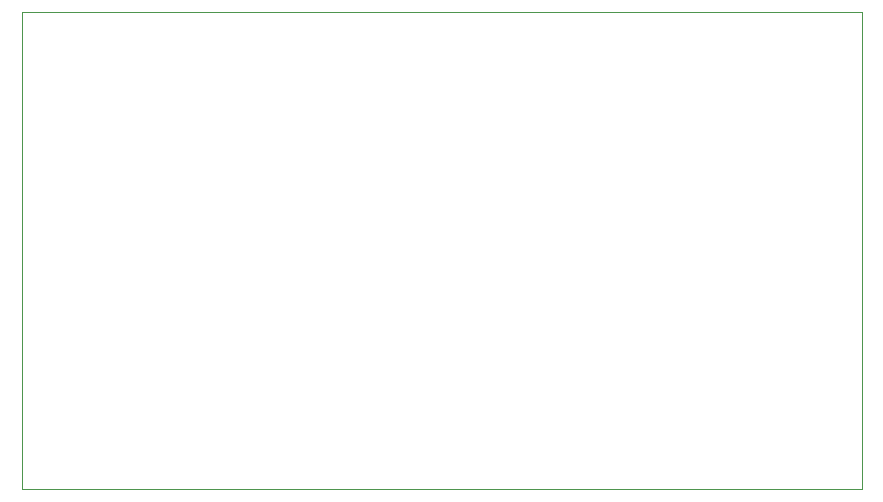
<source format=gbr>
G04 #@! TF.GenerationSoftware,KiCad,Pcbnew,7.0.9*
G04 #@! TF.CreationDate,2024-01-21T13:12:00+09:00*
G04 #@! TF.ProjectId,MB_Curling,4d425f43-7572-46c6-996e-672e6b696361,rev?*
G04 #@! TF.SameCoordinates,Original*
G04 #@! TF.FileFunction,Profile,NP*
%FSLAX46Y46*%
G04 Gerber Fmt 4.6, Leading zero omitted, Abs format (unit mm)*
G04 Created by KiCad (PCBNEW 7.0.9) date 2024-01-21 13:12:00*
%MOMM*%
%LPD*%
G01*
G04 APERTURE LIST*
G04 #@! TA.AperFunction,Profile*
%ADD10C,0.100000*%
G04 #@! TD*
G04 APERTURE END LIST*
D10*
X96520000Y-57380000D02*
X167640000Y-57380000D01*
X167640000Y-97770000D01*
X96520000Y-97770000D01*
X96520000Y-57380000D01*
M02*

</source>
